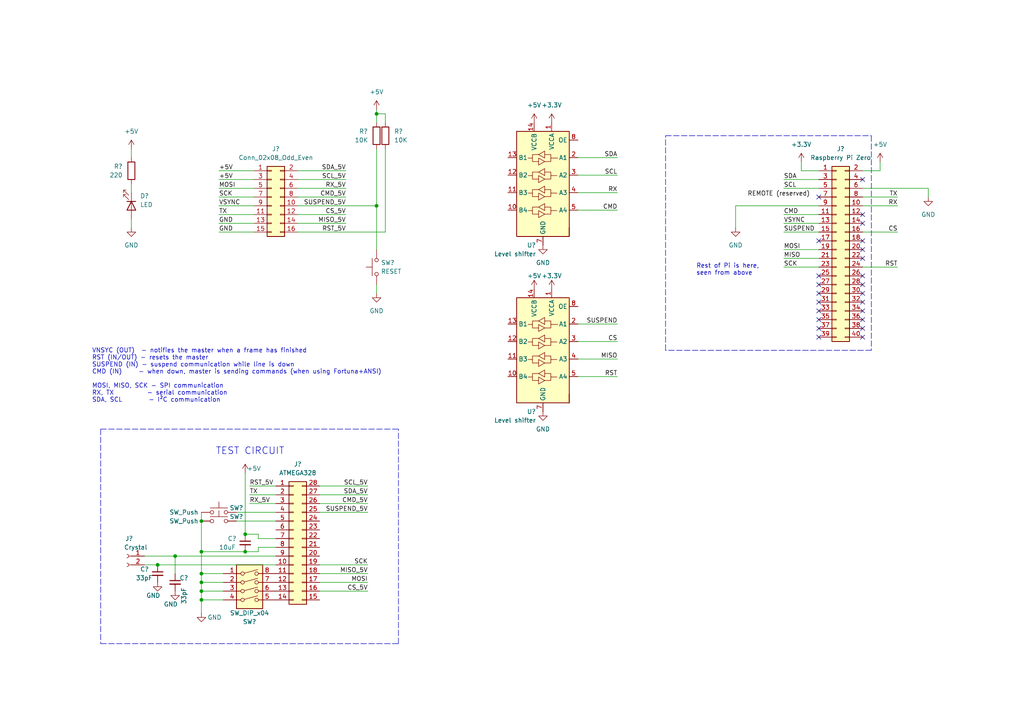
<source format=kicad_sch>
(kicad_sch (version 20211123) (generator eeschema)
  (paper "A4")
  (lib_symbols
    (symbol "Connector:Conn_01x02_Female" (pin_names (offset 1.016) hide)
      (property "Reference" "J" (at 0 2.54 0))
      (property "Value" "Conn_01x02_Female" (at 0 -5.08 0))
      (symbol "Conn_01x02_Female_1_1"
        (arc (start 0 -2.032) (mid -0.508 -2.54) (end 0 -3.048) (stroke (width 0.1524)))
        (polyline (pts (xy -1.27 -2.54) (xy -0.508 -2.54)) (stroke (width 0.1524)))
        (polyline (pts (xy -1.27 0) (xy -0.508 0)) (stroke (width 0.1524)))
        (arc (start 0 0.508) (mid -0.508 0) (end 0 -0.508) (stroke (width 0.1524)))
        (pin passive line (at -5.08 0 0) (length 3.81) (name "Pin_1") (number "1"))
        (pin passive line (at -5.08 -2.54 0) (length 3.81) (name "Pin_2") (number "2"))
      )
    )
    (symbol "Connector_Generic:Conn_02x08_Odd_Even" (pin_names (offset 1.016) hide)
      (property "Reference" "J" (at 1.27 10.16 0))
      (property "Value" "Conn_02x08_Odd_Even" (at 1.27 -12.7 0))
      (symbol "Conn_02x08_Odd_Even_1_1"
        (rectangle (start -1.27 -10.033) (end 0 -10.287) (stroke (width 0.1524)))
        (rectangle (start -1.27 -7.493) (end 0 -7.747) (stroke (width 0.1524)))
        (rectangle (start -1.27 -4.953) (end 0 -5.207) (stroke (width 0.1524)))
        (rectangle (start -1.27 -2.413) (end 0 -2.667) (stroke (width 0.1524)))
        (rectangle (start -1.27 0.127) (end 0 -0.127) (stroke (width 0.1524)))
        (rectangle (start -1.27 2.667) (end 0 2.413) (stroke (width 0.1524)))
        (rectangle (start -1.27 5.207) (end 0 4.953) (stroke (width 0.1524)))
        (rectangle (start -1.27 7.747) (end 0 7.493) (stroke (width 0.1524)))
        (rectangle (start -1.27 8.89) (end 3.81 -11.43) (stroke (width 0.254)) (fill (type background)))
        (rectangle (start 3.81 -10.033) (end 2.54 -10.287) (stroke (width 0.1524)))
        (rectangle (start 3.81 -7.493) (end 2.54 -7.747) (stroke (width 0.1524)))
        (rectangle (start 3.81 -4.953) (end 2.54 -5.207) (stroke (width 0.1524)))
        (rectangle (start 3.81 -2.413) (end 2.54 -2.667) (stroke (width 0.1524)))
        (rectangle (start 3.81 0.127) (end 2.54 -0.127) (stroke (width 0.1524)))
        (rectangle (start 3.81 2.667) (end 2.54 2.413) (stroke (width 0.1524)))
        (rectangle (start 3.81 5.207) (end 2.54 4.953) (stroke (width 0.1524)))
        (rectangle (start 3.81 7.747) (end 2.54 7.493) (stroke (width 0.1524)))
        (pin passive line (at -5.08 7.62 0) (length 3.81) (name "Pin_1") (number "1"))
        (pin passive line (at 7.62 -2.54 180) (length 3.81) (name "Pin_10") (number "10"))
        (pin passive line (at -5.08 -5.08 0) (length 3.81) (name "Pin_11") (number "11"))
        (pin passive line (at 7.62 -5.08 180) (length 3.81) (name "Pin_12") (number "12"))
        (pin passive line (at -5.08 -7.62 0) (length 3.81) (name "Pin_13") (number "13"))
        (pin passive line (at 7.62 -7.62 180) (length 3.81) (name "Pin_14") (number "14"))
        (pin passive line (at -5.08 -10.16 0) (length 3.81) (name "Pin_15") (number "15"))
        (pin passive line (at 7.62 -10.16 180) (length 3.81) (name "Pin_16") (number "16"))
        (pin passive line (at 7.62 7.62 180) (length 3.81) (name "Pin_2") (number "2"))
        (pin passive line (at -5.08 5.08 0) (length 3.81) (name "Pin_3") (number "3"))
        (pin passive line (at 7.62 5.08 180) (length 3.81) (name "Pin_4") (number "4"))
        (pin passive line (at -5.08 2.54 0) (length 3.81) (name "Pin_5") (number "5"))
        (pin passive line (at 7.62 2.54 180) (length 3.81) (name "Pin_6") (number "6"))
        (pin passive line (at -5.08 0 0) (length 3.81) (name "Pin_7") (number "7"))
        (pin passive line (at 7.62 0 180) (length 3.81) (name "Pin_8") (number "8"))
        (pin passive line (at -5.08 -2.54 0) (length 3.81) (name "Pin_9") (number "9"))
      )
    )
    (symbol "Connector_Generic:Conn_02x14_Counter_Clockwise" (pin_names (offset 1.016) hide)
      (property "Reference" "J" (at 1.27 17.78 0))
      (property "Value" "Conn_02x14_Counter_Clockwise" (at 1.27 -20.32 0))
      (symbol "Conn_02x14_Counter_Clockwise_1_1"
        (rectangle (start -1.27 -17.653) (end 0 -17.907) (stroke (width 0.1524)))
        (rectangle (start -1.27 -15.113) (end 0 -15.367) (stroke (width 0.1524)))
        (rectangle (start -1.27 -12.573) (end 0 -12.827) (stroke (width 0.1524)))
        (rectangle (start -1.27 -10.033) (end 0 -10.287) (stroke (width 0.1524)))
        (rectangle (start -1.27 -7.493) (end 0 -7.747) (stroke (width 0.1524)))
        (rectangle (start -1.27 -4.953) (end 0 -5.207) (stroke (width 0.1524)))
        (rectangle (start -1.27 -2.413) (end 0 -2.667) (stroke (width 0.1524)))
        (rectangle (start -1.27 0.127) (end 0 -0.127) (stroke (width 0.1524)))
        (rectangle (start -1.27 2.667) (end 0 2.413) (stroke (width 0.1524)))
        (rectangle (start -1.27 5.207) (end 0 4.953) (stroke (width 0.1524)))
        (rectangle (start -1.27 7.747) (end 0 7.493) (stroke (width 0.1524)))
        (rectangle (start -1.27 10.287) (end 0 10.033) (stroke (width 0.1524)))
        (rectangle (start -1.27 12.827) (end 0 12.573) (stroke (width 0.1524)))
        (rectangle (start -1.27 15.367) (end 0 15.113) (stroke (width 0.1524)))
        (rectangle (start -1.27 16.51) (end 3.81 -19.05) (stroke (width 0.254)) (fill (type background)))
        (rectangle (start 3.81 -17.653) (end 2.54 -17.907) (stroke (width 0.1524)))
        (rectangle (start 3.81 -15.113) (end 2.54 -15.367) (stroke (width 0.1524)))
        (rectangle (start 3.81 -12.573) (end 2.54 -12.827) (stroke (width 0.1524)))
        (rectangle (start 3.81 -10.033) (end 2.54 -10.287) (stroke (width 0.1524)))
        (rectangle (start 3.81 -7.493) (end 2.54 -7.747) (stroke (width 0.1524)))
        (rectangle (start 3.81 -4.953) (end 2.54 -5.207) (stroke (width 0.1524)))
        (rectangle (start 3.81 -2.413) (end 2.54 -2.667) (stroke (width 0.1524)))
        (rectangle (start 3.81 0.127) (end 2.54 -0.127) (stroke (width 0.1524)))
        (rectangle (start 3.81 2.667) (end 2.54 2.413) (stroke (width 0.1524)))
        (rectangle (start 3.81 5.207) (end 2.54 4.953) (stroke (width 0.1524)))
        (rectangle (start 3.81 7.747) (end 2.54 7.493) (stroke (width 0.1524)))
        (rectangle (start 3.81 10.287) (end 2.54 10.033) (stroke (width 0.1524)))
        (rectangle (start 3.81 12.827) (end 2.54 12.573) (stroke (width 0.1524)))
        (rectangle (start 3.81 15.367) (end 2.54 15.113) (stroke (width 0.1524)))
        (pin passive line (at -5.08 15.24 0) (length 3.81) (name "Pin_1") (number "1"))
        (pin passive line (at -5.08 -7.62 0) (length 3.81) (name "Pin_10") (number "10"))
        (pin passive line (at -5.08 -10.16 0) (length 3.81) (name "Pin_11") (number "11"))
        (pin passive line (at -5.08 -12.7 0) (length 3.81) (name "Pin_12") (number "12"))
        (pin passive line (at -5.08 -15.24 0) (length 3.81) (name "Pin_13") (number "13"))
        (pin passive line (at -5.08 -17.78 0) (length 3.81) (name "Pin_14") (number "14"))
        (pin passive line (at 7.62 -17.78 180) (length 3.81) (name "Pin_15") (number "15"))
        (pin passive line (at 7.62 -15.24 180) (length 3.81) (name "Pin_16") (number "16"))
        (pin passive line (at 7.62 -12.7 180) (length 3.81) (name "Pin_17") (number "17"))
        (pin passive line (at 7.62 -10.16 180) (length 3.81) (name "Pin_18") (number "18"))
        (pin passive line (at 7.62 -7.62 180) (length 3.81) (name "Pin_19") (number "19"))
        (pin passive line (at -5.08 12.7 0) (length 3.81) (name "Pin_2") (number "2"))
        (pin passive line (at 7.62 -5.08 180) (length 3.81) (name "Pin_20") (number "20"))
        (pin passive line (at 7.62 -2.54 180) (length 3.81) (name "Pin_21") (number "21"))
        (pin passive line (at 7.62 0 180) (length 3.81) (name "Pin_22") (number "22"))
        (pin passive line (at 7.62 2.54 180) (length 3.81) (name "Pin_23") (number "23"))
        (pin passive line (at 7.62 5.08 180) (length 3.81) (name "Pin_24") (number "24"))
        (pin passive line (at 7.62 7.62 180) (length 3.81) (name "Pin_25") (number "25"))
        (pin passive line (at 7.62 10.16 180) (length 3.81) (name "Pin_26") (number "26"))
        (pin passive line (at 7.62 12.7 180) (length 3.81) (name "Pin_27") (number "27"))
        (pin passive line (at 7.62 15.24 180) (length 3.81) (name "Pin_28") (number "28"))
        (pin passive line (at -5.08 10.16 0) (length 3.81) (name "Pin_3") (number "3"))
        (pin passive line (at -5.08 7.62 0) (length 3.81) (name "Pin_4") (number "4"))
        (pin passive line (at -5.08 5.08 0) (length 3.81) (name "Pin_5") (number "5"))
        (pin passive line (at -5.08 2.54 0) (length 3.81) (name "Pin_6") (number "6"))
        (pin passive line (at -5.08 0 0) (length 3.81) (name "Pin_7") (number "7"))
        (pin passive line (at -5.08 -2.54 0) (length 3.81) (name "Pin_8") (number "8"))
        (pin passive line (at -5.08 -5.08 0) (length 3.81) (name "Pin_9") (number "9"))
      )
    )
    (symbol "Connector_Generic:Conn_02x20_Odd_Even" (pin_names (offset 1.016) hide)
      (property "Reference" "J" (at 1.27 25.4 0))
      (property "Value" "Conn_02x20_Odd_Even" (at 1.27 -27.94 0))
      (symbol "Conn_02x20_Odd_Even_1_1"
        (rectangle (start -1.27 -25.273) (end 0 -25.527) (stroke (width 0.1524)))
        (rectangle (start -1.27 -22.733) (end 0 -22.987) (stroke (width 0.1524)))
        (rectangle (start -1.27 -20.193) (end 0 -20.447) (stroke (width 0.1524)))
        (rectangle (start -1.27 -17.653) (end 0 -17.907) (stroke (width 0.1524)))
        (rectangle (start -1.27 -15.113) (end 0 -15.367) (stroke (width 0.1524)))
        (rectangle (start -1.27 -12.573) (end 0 -12.827) (stroke (width 0.1524)))
        (rectangle (start -1.27 -10.033) (end 0 -10.287) (stroke (width 0.1524)))
        (rectangle (start -1.27 -7.493) (end 0 -7.747) (stroke (width 0.1524)))
        (rectangle (start -1.27 -4.953) (end 0 -5.207) (stroke (width 0.1524)))
        (rectangle (start -1.27 -2.413) (end 0 -2.667) (stroke (width 0.1524)))
        (rectangle (start -1.27 0.127) (end 0 -0.127) (stroke (width 0.1524)))
        (rectangle (start -1.27 2.667) (end 0 2.413) (stroke (width 0.1524)))
        (rectangle (start -1.27 5.207) (end 0 4.953) (stroke (width 0.1524)))
        (rectangle (start -1.27 7.747) (end 0 7.493) (stroke (width 0.1524)))
        (rectangle (start -1.27 10.287) (end 0 10.033) (stroke (width 0.1524)))
        (rectangle (start -1.27 12.827) (end 0 12.573) (stroke (width 0.1524)))
        (rectangle (start -1.27 15.367) (end 0 15.113) (stroke (width 0.1524)))
        (rectangle (start -1.27 17.907) (end 0 17.653) (stroke (width 0.1524)))
        (rectangle (start -1.27 20.447) (end 0 20.193) (stroke (width 0.1524)))
        (rectangle (start -1.27 22.987) (end 0 22.733) (stroke (width 0.1524)))
        (rectangle (start -1.27 24.13) (end 3.81 -26.67) (stroke (width 0.254)) (fill (type background)))
        (rectangle (start 3.81 -25.273) (end 2.54 -25.527) (stroke (width 0.1524)))
        (rectangle (start 3.81 -22.733) (end 2.54 -22.987) (stroke (width 0.1524)))
        (rectangle (start 3.81 -20.193) (end 2.54 -20.447) (stroke (width 0.1524)))
        (rectangle (start 3.81 -17.653) (end 2.54 -17.907) (stroke (width 0.1524)))
        (rectangle (start 3.81 -15.113) (end 2.54 -15.367) (stroke (width 0.1524)))
        (rectangle (start 3.81 -12.573) (end 2.54 -12.827) (stroke (width 0.1524)))
        (rectangle (start 3.81 -10.033) (end 2.54 -10.287) (stroke (width 0.1524)))
        (rectangle (start 3.81 -7.493) (end 2.54 -7.747) (stroke (width 0.1524)))
        (rectangle (start 3.81 -4.953) (end 2.54 -5.207) (stroke (width 0.1524)))
        (rectangle (start 3.81 -2.413) (end 2.54 -2.667) (stroke (width 0.1524)))
        (rectangle (start 3.81 0.127) (end 2.54 -0.127) (stroke (width 0.1524)))
        (rectangle (start 3.81 2.667) (end 2.54 2.413) (stroke (width 0.1524)))
        (rectangle (start 3.81 5.207) (end 2.54 4.953) (stroke (width 0.1524)))
        (rectangle (start 3.81 7.747) (end 2.54 7.493) (stroke (width 0.1524)))
        (rectangle (start 3.81 10.287) (end 2.54 10.033) (stroke (width 0.1524)))
        (rectangle (start 3.81 12.827) (end 2.54 12.573) (stroke (width 0.1524)))
        (rectangle (start 3.81 15.367) (end 2.54 15.113) (stroke (width 0.1524)))
        (rectangle (start 3.81 17.907) (end 2.54 17.653) (stroke (width 0.1524)))
        (rectangle (start 3.81 20.447) (end 2.54 20.193) (stroke (width 0.1524)))
        (rectangle (start 3.81 22.987) (end 2.54 22.733) (stroke (width 0.1524)))
        (pin passive line (at -5.08 22.86 0) (length 3.81) (name "Pin_1") (number "1"))
        (pin passive line (at 7.62 12.7 180) (length 3.81) (name "Pin_10") (number "10"))
        (pin passive line (at -5.08 10.16 0) (length 3.81) (name "Pin_11") (number "11"))
        (pin passive line (at 7.62 10.16 180) (length 3.81) (name "Pin_12") (number "12"))
        (pin passive line (at -5.08 7.62 0) (length 3.81) (name "Pin_13") (number "13"))
        (pin passive line (at 7.62 7.62 180) (length 3.81) (name "Pin_14") (number "14"))
        (pin passive line (at -5.08 5.08 0) (length 3.81) (name "Pin_15") (number "15"))
        (pin passive line (at 7.62 5.08 180) (length 3.81) (name "Pin_16") (number "16"))
        (pin passive line (at -5.08 2.54 0) (length 3.81) (name "Pin_17") (number "17"))
        (pin passive line (at 7.62 2.54 180) (length 3.81) (name "Pin_18") (number "18"))
        (pin passive line (at -5.08 0 0) (length 3.81) (name "Pin_19") (number "19"))
        (pin passive line (at 7.62 22.86 180) (length 3.81) (name "Pin_2") (number "2"))
        (pin passive line (at 7.62 0 180) (length 3.81) (name "Pin_20") (number "20"))
        (pin passive line (at -5.08 -2.54 0) (length 3.81) (name "Pin_21") (number "21"))
        (pin passive line (at 7.62 -2.54 180) (length 3.81) (name "Pin_22") (number "22"))
        (pin passive line (at -5.08 -5.08 0) (length 3.81) (name "Pin_23") (number "23"))
        (pin passive line (at 7.62 -5.08 180) (length 3.81) (name "Pin_24") (number "24"))
        (pin passive line (at -5.08 -7.62 0) (length 3.81) (name "Pin_25") (number "25"))
        (pin passive line (at 7.62 -7.62 180) (length 3.81) (name "Pin_26") (number "26"))
        (pin passive line (at -5.08 -10.16 0) (length 3.81) (name "Pin_27") (number "27"))
        (pin passive line (at 7.62 -10.16 180) (length 3.81) (name "Pin_28") (number "28"))
        (pin passive line (at -5.08 -12.7 0) (length 3.81) (name "Pin_29") (number "29"))
        (pin passive line (at -5.08 20.32 0) (length 3.81) (name "Pin_3") (number "3"))
        (pin passive line (at 7.62 -12.7 180) (length 3.81) (name "Pin_30") (number "30"))
        (pin passive line (at -5.08 -15.24 0) (length 3.81) (name "Pin_31") (number "31"))
        (pin passive line (at 7.62 -15.24 180) (length 3.81) (name "Pin_32") (number "32"))
        (pin passive line (at -5.08 -17.78 0) (length 3.81) (name "Pin_33") (number "33"))
        (pin passive line (at 7.62 -17.78 180) (length 3.81) (name "Pin_34") (number "34"))
        (pin passive line (at -5.08 -20.32 0) (length 3.81) (name "Pin_35") (number "35"))
        (pin passive line (at 7.62 -20.32 180) (length 3.81) (name "Pin_36") (number "36"))
        (pin passive line (at -5.08 -22.86 0) (length 3.81) (name "Pin_37") (number "37"))
        (pin passive line (at 7.62 -22.86 180) (length 3.81) (name "Pin_38") (number "38"))
        (pin passive line (at -5.08 -25.4 0) (length 3.81) (name "Pin_39") (number "39"))
        (pin passive line (at 7.62 20.32 180) (length 3.81) (name "Pin_4") (number "4"))
        (pin passive line (at 7.62 -25.4 180) (length 3.81) (name "Pin_40") (number "40"))
        (pin passive line (at -5.08 17.78 0) (length 3.81) (name "Pin_5") (number "5"))
        (pin passive line (at 7.62 17.78 180) (length 3.81) (name "Pin_6") (number "6"))
        (pin passive line (at -5.08 15.24 0) (length 3.81) (name "Pin_7") (number "7"))
        (pin passive line (at 7.62 15.24 180) (length 3.81) (name "Pin_8") (number "8"))
        (pin passive line (at -5.08 12.7 0) (length 3.81) (name "Pin_9") (number "9"))
      )
    )
    (symbol "Device:C_Small" (pin_numbers hide) (pin_names (offset 0.254) hide)
      (property "Reference" "C" (at 0.254 1.778 0))
      (property "Value" "C_Small" (at 0.254 -2.032 0))
      (symbol "C_Small_0_1"
        (polyline (pts (xy -1.524 -0.508) (xy 1.524 -0.508)) (stroke (width 0.3302)))
        (polyline (pts (xy -1.524 0.508) (xy 1.524 0.508)) (stroke (width 0.3048)))
      )
      (symbol "C_Small_1_1"
        (pin passive line (at 0 2.54 270) (length 2.032) (name "~") (number "1"))
        (pin passive line (at 0 -2.54 90) (length 2.032) (name "~") (number "2"))
      )
    )
    (symbol "Device:LED" (pin_numbers hide) (pin_names (offset 1.016) hide)
      (property "Reference" "D" (at 0 2.54 0))
      (property "Value" "LED" (at 0 -2.54 0))
      (symbol "LED_0_1"
        (polyline (pts (xy -1.27 -1.27) (xy -1.27 1.27)) (stroke (width 0.254)))
        (polyline (pts (xy -1.27 0) (xy 1.27 0)))
        (polyline (pts (xy 1.27 -1.27) (xy 1.27 1.27) (xy -1.27 0) (xy 1.27 -1.27)) (stroke (width 0.254)))
        (polyline (pts (xy -3.048 -0.762) (xy -4.572 -2.286) (xy -3.81 -2.286) (xy -4.572 -2.286) (xy -4.572 -1.524)))
        (polyline (pts (xy -1.778 -0.762) (xy -3.302 -2.286) (xy -2.54 -2.286) (xy -3.302 -2.286) (xy -3.302 -1.524)))
      )
      (symbol "LED_1_1"
        (pin passive line (at -3.81 0 0) (length 2.54) (name "K") (number "1"))
        (pin passive line (at 3.81 0 180) (length 2.54) (name "A") (number "2"))
      )
    )
    (symbol "Device:R" (pin_numbers hide) (pin_names (offset 0))
      (property "Reference" "R" (at 2.032 0 90))
      (property "Value" "R" (at 0 0 90))
      (symbol "R_0_1"
        (rectangle (start -1.016 -2.54) (end 1.016 2.54) (stroke (width 0.254)))
      )
      (symbol "R_1_1"
        (pin passive line (at 0 3.81 270) (length 1.27) (name "~") (number "1"))
        (pin passive line (at 0 -3.81 90) (length 1.27) (name "~") (number "2"))
      )
    )
    (symbol "Logic_LevelTranslator:TXB0104PW"
      (property "Reference" "U" (at -6.35 16.51 0))
      (property "Value" "TXB0104PW" (at 3.81 16.51 0))
      (symbol "TXB0104PW_0_1"
        (rectangle (start -7.62 -15.24) (end -7.62 -12.7) (stroke (width 0.254)))
        (rectangle (start -7.62 15.24) (end 7.62 -15.24) (stroke (width 0.254)) (fill (type background)))
        (polyline (pts (xy -2.286 -7.747) (xy -2.286 -6.731) (xy -0.508 -6.731)))
        (polyline (pts (xy -2.286 -2.667) (xy -2.286 -1.651) (xy -0.508 -1.651)))
        (polyline (pts (xy -2.286 2.413) (xy -2.286 3.429) (xy -0.508 3.429)))
        (polyline (pts (xy -2.286 7.493) (xy -2.286 8.509) (xy -0.508 8.509)))
        (polyline (pts (xy 3.048 -7.747) (xy 3.048 -8.763) (xy 1.27 -8.763)))
        (polyline (pts (xy 3.048 -2.667) (xy 3.048 -3.683) (xy 1.27 -3.683)))
        (polyline (pts (xy 3.048 2.413) (xy 3.048 1.397) (xy 1.27 1.397)))
        (polyline (pts (xy 3.048 7.493) (xy 3.048 6.477) (xy 1.27 6.477)))
        (polyline (pts (xy -0.508 -8.763) (xy -2.286 -8.763) (xy -2.286 -7.747) (xy -4.064 -7.747)))
        (polyline (pts (xy -0.508 -8.763) (xy 1.27 -7.747) (xy 1.27 -9.779) (xy -0.508 -8.763)))
        (polyline (pts (xy -0.508 -3.683) (xy -2.286 -3.683) (xy -2.286 -2.667) (xy -4.064 -2.667)))
        (polyline (pts (xy -0.508 -3.683) (xy 1.27 -2.667) (xy 1.27 -4.699) (xy -0.508 -3.683)))
        (polyline (pts (xy -0.508 1.397) (xy -2.286 1.397) (xy -2.286 2.413) (xy -4.064 2.413)))
        (polyline (pts (xy -0.508 1.397) (xy 1.27 2.413) (xy 1.27 0.381) (xy -0.508 1.397)))
        (polyline (pts (xy -0.508 6.477) (xy -2.286 6.477) (xy -2.286 7.493) (xy -4.318 7.493)))
        (polyline (pts (xy -0.508 6.477) (xy 1.27 7.493) (xy 1.27 5.461) (xy -0.508 6.477)))
        (polyline (pts (xy 1.27 -6.731) (xy -0.508 -7.747) (xy -0.508 -5.715) (xy 1.27 -6.731)))
        (polyline (pts (xy 1.27 -6.731) (xy 3.048 -6.731) (xy 3.048 -7.747) (xy 4.318 -7.747)))
        (polyline (pts (xy 1.27 -1.651) (xy -0.508 -2.667) (xy -0.508 -0.635) (xy 1.27 -1.651)))
        (polyline (pts (xy 1.27 -1.651) (xy 3.048 -1.651) (xy 3.048 -2.667) (xy 4.318 -2.667)))
        (polyline (pts (xy 1.27 3.429) (xy -0.508 2.413) (xy -0.508 4.445) (xy 1.27 3.429)))
        (polyline (pts (xy 1.27 3.429) (xy 3.048 3.429) (xy 3.048 2.413) (xy 4.318 2.413)))
        (polyline (pts (xy 1.27 8.509) (xy -0.508 7.493) (xy -0.508 9.525) (xy 1.27 8.509)))
        (polyline (pts (xy 1.27 8.509) (xy 3.048 8.509) (xy 3.048 7.493) (xy 4.318 7.493)))
      )
      (symbol "TXB0104PW_1_1"
        (pin power_in line (at -2.54 17.78 270) (length 2.54) (name "VCCA") (number "1"))
        (pin bidirectional line (at 10.16 -7.62 180) (length 2.54) (name "B4") (number "10"))
        (pin bidirectional line (at 10.16 -2.54 180) (length 2.54) (name "B3") (number "11"))
        (pin bidirectional line (at 10.16 2.54 180) (length 2.54) (name "B2") (number "12"))
        (pin bidirectional line (at 10.16 7.62 180) (length 2.54) (name "B1") (number "13"))
        (pin power_in line (at 2.54 17.78 270) (length 2.54) (name "VCCB") (number "14"))
        (pin bidirectional line (at -10.16 7.62 0) (length 2.54) (name "A1") (number "2"))
        (pin bidirectional line (at -10.16 2.54 0) (length 2.54) (name "A2") (number "3"))
        (pin bidirectional line (at -10.16 -2.54 0) (length 2.54) (name "A3") (number "4"))
        (pin bidirectional line (at -10.16 -7.62 0) (length 2.54) (name "A4") (number "5"))
        (pin no_connect line (at -10.16 -12.7 0) (length 2.54) hide (name "NC") (number "6"))
        (pin power_in line (at 0 -17.78 90) (length 2.54) (name "GND") (number "7"))
        (pin input line (at -10.16 12.7 0) (length 2.54) (name "OE") (number "8"))
        (pin no_connect line (at 10.16 -12.7 180) (length 2.54) hide (name "NC") (number "9"))
      )
    )
    (symbol "Switch:SW_DIP_x04" (pin_names (offset 0) hide)
      (property "Reference" "SW" (at 0 8.89 0))
      (property "Value" "SW_DIP_x04" (at 0 -6.35 0))
      (symbol "SW_DIP_x04_0_0"
        (circle (center -2.032 -2.54) (radius 0.508))
        (circle (center -2.032 0) (radius 0.508))
        (circle (center -2.032 2.54) (radius 0.508))
        (circle (center -2.032 5.08) (radius 0.508))
        (polyline (pts (xy -1.524 -2.3876) (xy 2.3622 -1.3462)))
        (polyline (pts (xy -1.524 0.127) (xy 2.3622 1.1684)))
        (polyline (pts (xy -1.524 2.667) (xy 2.3622 3.7084)))
        (polyline (pts (xy -1.524 5.207) (xy 2.3622 6.2484)))
        (circle (center 2.032 -2.54) (radius 0.508))
        (circle (center 2.032 0) (radius 0.508))
        (circle (center 2.032 2.54) (radius 0.508))
        (circle (center 2.032 5.08) (radius 0.508))
      )
      (symbol "SW_DIP_x04_0_1"
        (rectangle (start -3.81 7.62) (end 3.81 -5.08) (stroke (width 0.254)) (fill (type background)))
      )
      (symbol "SW_DIP_x04_1_1"
        (pin passive line (at -7.62 5.08 0) (length 5.08) (name "~") (number "1"))
        (pin passive line (at -7.62 2.54 0) (length 5.08) (name "~") (number "2"))
        (pin passive line (at -7.62 0 0) (length 5.08) (name "~") (number "3"))
        (pin passive line (at -7.62 -2.54 0) (length 5.08) (name "~") (number "4"))
        (pin passive line (at 7.62 -2.54 180) (length 5.08) (name "~") (number "5"))
        (pin passive line (at 7.62 0 180) (length 5.08) (name "~") (number "6"))
        (pin passive line (at 7.62 2.54 180) (length 5.08) (name "~") (number "7"))
        (pin passive line (at 7.62 5.08 180) (length 5.08) (name "~") (number "8"))
      )
    )
    (symbol "Switch:SW_Push" (pin_numbers hide) (pin_names (offset 1.016) hide)
      (property "Reference" "SW" (at 1.27 2.54 0))
      (property "Value" "SW_Push" (at 0 -1.524 0))
      (symbol "SW_Push_0_1"
        (circle (center -2.032 0) (radius 0.508))
        (polyline (pts (xy 0 1.27) (xy 0 3.048)))
        (polyline (pts (xy 2.54 1.27) (xy -2.54 1.27)))
        (circle (center 2.032 0) (radius 0.508))
        (pin passive line (at -5.08 0 0) (length 2.54) (name "1") (number "1"))
        (pin passive line (at 5.08 0 180) (length 2.54) (name "2") (number "2"))
      )
    )
    (symbol "power:+3.3V" (power) (pin_names (offset 0))
      (property "Value" "+3.3V" (at 0 3.556 0))
      (symbol "+3.3V_0_1"
        (polyline (pts (xy -0.762 1.27) (xy 0 2.54)))
        (polyline (pts (xy 0 0) (xy 0 2.54)))
        (polyline (pts (xy 0 2.54) (xy 0.762 1.27)))
      )
      (symbol "+3.3V_1_1"
        (pin power_in line (at 0 0 90) (length 0) hide (name "+3.3V") (number "1"))
      )
    )
    (symbol "power:+5V" (power) (pin_names (offset 0))
      (property "Value" "+5V" (at 0 3.556 0))
      (symbol "+5V_0_1"
        (polyline (pts (xy -0.762 1.27) (xy 0 2.54)))
        (polyline (pts (xy 0 0) (xy 0 2.54)))
        (polyline (pts (xy 0 2.54) (xy 0.762 1.27)))
      )
      (symbol "+5V_1_1"
        (pin power_in line (at 0 0 90) (length 0) hide (name "+5V") (number "1"))
      )
    )
    (symbol "power:GND" (power) (pin_names (offset 0))
      (property "Value" "GND" (at 0 -3.81 0))
      (symbol "GND_0_1"
        (polyline (pts (xy 0 0) (xy 0 -1.27) (xy 1.27 -1.27) (xy 0 -2.54) (xy -1.27 -1.27) (xy 0 -1.27)))
      )
      (symbol "GND_1_1"
        (pin power_in line (at 0 0 270) (length 0) hide (name "GND") (number "1"))
      )
    )
  )
  (junction (at 45.72 163.83))
  (junction (at 58.42 151.13))
  (junction (at 58.42 168.91))
  (junction (at 109.22 33.02))
  (junction (at 71.12 154.94))
  (junction (at 71.12 160.02))
  (junction (at 58.42 160.02))
  (junction (at 58.42 173.99))
  (junction (at 50.8 161.29))
  (junction (at 58.42 171.45))
  (junction (at 58.42 166.37))
  (junction (at 109.22 59.69))
  (no_connect (at 250.19 52.07))
  (no_connect (at 250.19 64.77))
  (no_connect (at 250.19 62.23))
  (no_connect (at 237.49 57.15))
  (no_connect (at 237.49 85.09))
  (no_connect (at 237.49 87.63))
  (no_connect (at 250.19 74.93))
  (no_connect (at 250.19 72.39))
  (no_connect (at 237.49 69.85))
  (no_connect (at 237.49 95.25))
  (no_connect (at 237.49 90.17))
  (no_connect (at 237.49 92.71))
  (no_connect (at 237.49 82.55))
  (no_connect (at 250.19 85.09))
  (no_connect (at 250.19 80.01))
  (no_connect (at 237.49 80.01))
  (no_connect (at 250.19 82.55))
  (no_connect (at 250.19 97.79))
  (no_connect (at 250.19 95.25))
  (no_connect (at 250.19 92.71))
  (no_connect (at 250.19 87.63))
  (no_connect (at 250.19 90.17))
  (no_connect (at 237.49 97.79))
  (no_connect (at 250.19 69.85))
  (wire (pts (xy 63.5 52.07) (xy 73.66 52.07)))
  (wire (pts (xy 250.19 67.31) (xy 260.35 67.31)))
  (wire (pts (xy 86.36 52.07) (xy 100.33 52.07)))
  (wire (pts (xy 109.22 33.02) (xy 109.22 35.56)))
  (wire (pts (xy 72.39 146.05) (xy 80.01 146.05)))
  (wire (pts (xy 68.58 148.59) (xy 80.01 148.59)))
  (wire (pts (xy 109.22 59.69) (xy 109.22 72.39)))
  (wire (pts (xy 74.93 158.75) (xy 74.93 160.02)))
  (wire (pts (xy 71.12 137.16) (xy 71.12 154.94)))
  (wire (pts (xy 167.64 104.14) (xy 179.07 104.14)))
  (wire (pts (xy 58.42 166.37) (xy 58.42 168.91)))
  (wire (pts (xy 250.19 77.47) (xy 260.35 77.47)))
  (wire (pts (xy 58.42 171.45) (xy 64.77 171.45)))
  (wire (pts (xy 41.91 161.29) (xy 50.8 161.29)))
  (wire (pts (xy 72.39 143.51) (xy 80.01 143.51)))
  (wire (pts (xy 92.71 171.45) (xy 106.68 171.45)))
  (polyline (pts (xy 29.21 186.69) (xy 115.57 186.69)))
  (wire (pts (xy 167.64 45.72) (xy 179.07 45.72)))
  (wire (pts (xy 227.33 67.31) (xy 237.49 67.31)))
  (wire (pts (xy 63.5 67.31) (xy 73.66 67.31)))
  (wire (pts (xy 38.1 63.5) (xy 38.1 66.04)))
  (wire (pts (xy 167.64 109.22) (xy 179.07 109.22)))
  (wire (pts (xy 167.64 55.88) (xy 179.07 55.88)))
  (wire (pts (xy 109.22 43.18) (xy 109.22 59.69)))
  (wire (pts (xy 86.36 49.53) (xy 100.33 49.53)))
  (wire (pts (xy 111.76 67.31) (xy 111.76 43.18)))
  (wire (pts (xy 250.19 57.15) (xy 260.35 57.15)))
  (wire (pts (xy 86.36 57.15) (xy 100.33 57.15)))
  (polyline (pts (xy 193.04 101.6) (xy 193.04 39.37)))
  (wire (pts (xy 92.71 148.59) (xy 106.68 148.59)))
  (wire (pts (xy 74.93 154.94) (xy 71.12 154.94)))
  (wire (pts (xy 58.42 168.91) (xy 58.42 171.45)))
  (wire (pts (xy 74.93 160.02) (xy 71.12 160.02)))
  (wire (pts (xy 167.64 60.96) (xy 179.07 60.96)))
  (wire (pts (xy 227.33 74.93) (xy 237.49 74.93)))
  (wire (pts (xy 58.42 173.99) (xy 58.42 177.8)))
  (wire (pts (xy 250.19 54.61) (xy 269.24 54.61)))
  (wire (pts (xy 92.71 140.97) (xy 106.68 140.97)))
  (wire (pts (xy 58.42 173.99) (xy 64.77 173.99)))
  (wire (pts (xy 58.42 171.45) (xy 58.42 173.99)))
  (wire (pts (xy 50.8 161.29) (xy 50.8 166.37)))
  (polyline (pts (xy 252.73 39.37) (xy 252.73 101.6)))
  (wire (pts (xy 92.71 143.51) (xy 106.68 143.51)))
  (wire (pts (xy 227.33 77.47) (xy 237.49 77.47)))
  (wire (pts (xy 80.01 158.75) (xy 74.93 158.75)))
  (wire (pts (xy 50.8 161.29) (xy 80.01 161.29)))
  (wire (pts (xy 167.64 93.98) (xy 179.07 93.98)))
  (wire (pts (xy 255.27 46.99) (xy 255.27 49.53)))
  (polyline (pts (xy 115.57 186.69) (xy 115.57 124.46)))
  (wire (pts (xy 63.5 57.15) (xy 73.66 57.15)))
  (polyline (pts (xy 193.04 39.37) (xy 252.73 39.37)))
  (polyline (pts (xy 29.21 124.46) (xy 29.21 186.69)))
  (wire (pts (xy 232.41 49.53) (xy 237.49 49.53)))
  (wire (pts (xy 237.49 59.69) (xy 213.36 59.69)))
  (wire (pts (xy 167.64 99.06) (xy 179.07 99.06)))
  (wire (pts (xy 58.42 148.59) (xy 58.42 151.13)))
  (wire (pts (xy 74.93 156.21) (xy 74.93 154.94)))
  (wire (pts (xy 58.42 168.91) (xy 64.77 168.91)))
  (wire (pts (xy 63.5 54.61) (xy 73.66 54.61)))
  (wire (pts (xy 68.58 151.13) (xy 80.01 151.13)))
  (wire (pts (xy 269.24 54.61) (xy 269.24 57.15)))
  (polyline (pts (xy 252.73 101.6) (xy 193.04 101.6)))
  (wire (pts (xy 92.71 163.83) (xy 106.68 163.83)))
  (wire (pts (xy 227.33 62.23) (xy 237.49 62.23)))
  (wire (pts (xy 86.36 62.23) (xy 100.33 62.23)))
  (wire (pts (xy 232.41 46.99) (xy 232.41 49.53)))
  (wire (pts (xy 80.01 156.21) (xy 74.93 156.21)))
  (wire (pts (xy 213.36 59.69) (xy 213.36 66.04)))
  (wire (pts (xy 58.42 151.13) (xy 58.42 160.02)))
  (wire (pts (xy 109.22 31.75) (xy 109.22 33.02)))
  (wire (pts (xy 58.42 160.02) (xy 58.42 166.37)))
  (wire (pts (xy 227.33 72.39) (xy 237.49 72.39)))
  (wire (pts (xy 86.36 64.77) (xy 100.33 64.77)))
  (wire (pts (xy 227.33 54.61) (xy 237.49 54.61)))
  (wire (pts (xy 72.39 140.97) (xy 80.01 140.97)))
  (wire (pts (xy 255.27 49.53) (xy 250.19 49.53)))
  (wire (pts (xy 38.1 43.18) (xy 38.1 45.72)))
  (wire (pts (xy 38.1 53.34) (xy 38.1 55.88)))
  (polyline (pts (xy 29.21 124.46) (xy 115.57 124.46)))
  (wire (pts (xy 92.71 146.05) (xy 106.68 146.05)))
  (wire (pts (xy 92.71 168.91) (xy 106.68 168.91)))
  (wire (pts (xy 167.64 50.8) (xy 179.07 50.8)))
  (wire (pts (xy 63.5 49.53) (xy 73.66 49.53)))
  (wire (pts (xy 58.42 166.37) (xy 64.77 166.37)))
  (wire (pts (xy 111.76 33.02) (xy 111.76 35.56)))
  (wire (pts (xy 109.22 33.02) (xy 111.76 33.02)))
  (wire (pts (xy 86.36 54.61) (xy 100.33 54.61)))
  (wire (pts (xy 71.12 160.02) (xy 58.42 160.02)))
  (wire (pts (xy 63.5 64.77) (xy 73.66 64.77)))
  (wire (pts (xy 41.91 163.83) (xy 45.72 163.83)))
  (wire (pts (xy 86.36 67.31) (xy 111.76 67.31)))
  (wire (pts (xy 250.19 59.69) (xy 260.35 59.69)))
  (wire (pts (xy 86.36 59.69) (xy 109.22 59.69)))
  (wire (pts (xy 227.33 64.77) (xy 237.49 64.77)))
  (wire (pts (xy 109.22 82.55) (xy 109.22 85.09)))
  (wire (pts (xy 227.33 52.07) (xy 237.49 52.07)))
  (wire (pts (xy 63.5 59.69) (xy 73.66 59.69)))
  (wire (pts (xy 92.71 166.37) (xy 106.68 166.37)))
  (wire (pts (xy 63.5 62.23) (xy 73.66 62.23)))
  (wire (pts (xy 45.72 163.83) (xy 80.01 163.83)))
  (text "TEST CIRCUIT" (at 82.55 132.08 180) (effects (font (size 2 2)) (justify right bottom)))
  (text "VNSYC (OUT)  - notifies the master when a frame has finished\nRST (IN/OUT) - resets the master\nSUSPEND (IN) - suspend communication while line is down\nCMD (IN)     - when down, master is sending commands (when using Fortuna+ANSI)\n\nMOSI, MISO, SCK - SPI communication\nRX, TX          - serial communication\nSDA, SCL        - I²C communication" (at 26.67 116.84 0) (effects (font (size 1.27 1.27)) (justify left bottom)))
  (text "Rest of Pi is here,\nseen from above" (at 201.93 80.01 0) (effects (font (size 1.27 1.27)) (justify left bottom)))
  (label "CMD" (at 179.07 60.96 180))
  (label "CMD_5V" (at 100.33 57.15 180))
  (label "VSYNC" (at 227.33 64.77 0))
  (label "SCL_5V" (at 106.68 140.97 180))
  (label "GND" (at 63.5 64.77 0))
  (label "TX" (at 72.39 143.51 0))
  (label "SDA_5V" (at 106.68 143.51 180))
  (label "SCL" (at 227.33 54.61 0))
  (label "RX_5V" (at 72.39 146.05 0))
  (label "+5V" (at 63.5 52.07 0))
  (label "CS" (at 179.07 99.06 180))
  (label "REMOTE (reserved)" (at 234.95 57.15 180))
  (label "MOSI" (at 63.5 54.61 0))
  (label "CMD_5V" (at 106.68 146.05 180))
  (label "TX" (at 260.35 57.15 180))
  (label "GND" (at 63.5 67.31 0))
  (label "TX" (at 63.5 62.23 0))
  (label "RX" (at 179.07 55.88 180))
  (label "RST_5V" (at 100.33 67.31 180))
  (label "SCL" (at 179.07 50.8 180))
  (label "SCK" (at 227.33 77.47 0))
  (label "SUSPEND_5V" (at 100.33 59.69 180))
  (label "CS_5V" (at 106.68 171.45 180))
  (label "SUSPEND" (at 227.33 67.31 0))
  (label "SUSPEND_5V" (at 106.68 148.59 180))
  (label "RST" (at 260.35 77.47 180))
  (label "CS" (at 260.35 67.31 180))
  (label "SCK" (at 63.5 57.15 0))
  (label "MOSI" (at 227.33 72.39 0))
  (label "SDA" (at 227.33 52.07 0))
  (label "SUSPEND" (at 179.07 93.98 180))
  (label "RX" (at 260.35 59.69 180))
  (label "CS_5V" (at 100.33 62.23 180))
  (label "MISO_5V" (at 100.33 64.77 180))
  (label "CMD" (at 227.33 62.23 0))
  (label "RST_5V" (at 72.39 140.97 0))
  (label "+5V" (at 63.5 49.53 0))
  (label "MISO_5V" (at 106.68 166.37 180))
  (label "SDA" (at 179.07 45.72 180))
  (label "RX_5V" (at 100.33 54.61 180))
  (label "VSYNC" (at 63.5 59.69 0))
  (label "MISO" (at 179.07 104.14 180))
  (label "RST" (at 179.07 109.22 180))
  (label "MOSI" (at 106.68 168.91 180))
  (label "SCK" (at 106.68 163.83 180))
  (label "MISO" (at 227.33 74.93 0))
  (label "SCL_5V" (at 100.33 52.07 180))
  (label "SDA_5V" (at 100.33 49.53 180))
  (symbol (lib_id "Connector:Conn_01x02_Female") (at 36.83 161.29 0) (mirror y) (unit 1)
    (property "Reference" "J?" (at 37.465 156.21 0))
    (property "Value" "Crystal" (at 39.37 158.75 0))
  )
  (symbol (lib_id "Switch:SW_DIP_x04") (at 72.39 171.45 0) (unit 1)
    (property "Reference" "SW?" (at 72.39 180.34 0))
    (property "Value" "SW_DIP_x04" (at 72.39 177.8 0))
  )
  (symbol (lib_id "power:+5V") (at 109.22 31.75 0) (unit 1)
    (property "Reference" "#PWR?" (effects hide))
    (property "Value" "+5V" (at 109.22 26.67 0))
  )
  (symbol (lib_id "power:+3.3V") (at 160.02 83.82 0) (unit 1)
    (property "Reference" "#PWR?" (effects hide))
    (property "Value" "+3.3V" (at 160.02 80.01 0))
  )
  (symbol (lib_id "Connector_Generic:Conn_02x20_Odd_Even") (at 242.57 72.39 0) (unit 1)
    (property "Reference" "J?" (at 243.84 43.18 0))
    (property "Value" "Raspberry Pi Zero" (at 243.84 45.72 0))
  )
  (symbol (lib_id "power:+5V") (at 154.94 35.56 0) (unit 1)
    (property "Reference" "#PWR?" (effects hide))
    (property "Value" "+5V" (at 154.94 30.48 0))
  )
  (symbol (lib_id "Device:R") (at 38.1 49.53 0) (unit 1)
    (property "Reference" "R?" (at 33.02 48.26 0) (effects (justify left)))
    (property "Value" "220" (at 31.75 50.8 0) (effects (justify left)))
  )
  (symbol (lib_id "Device:C_Small") (at 50.8 168.91 0) (unit 1)
    (property "Reference" "C?" (at 52.07 167.64 0) (effects (justify left)))
    (property "Value" "33pF" (at 53.34 175.26 90) (effects (justify left)))
  )
  (symbol (lib_id "power:+3.3V") (at 232.41 46.99 0) (unit 1)
    (property "Reference" "#PWR?" (effects hide))
    (property "Value" "+3.3V" (at 232.41 41.91 0))
  )
  (symbol (lib_id "Device:LED") (at 38.1 59.69 270) (unit 1)
    (property "Reference" "D?" (at 40.64 56.8324 90) (effects (justify left)))
    (property "Value" "LED" (at 40.64 59.3724 90) (effects (justify left)))
  )
  (symbol (lib_id "power:GND") (at 213.36 66.04 0) (unit 1)
    (property "Reference" "#PWR?" (effects hide))
    (property "Value" "GND" (at 213.36 71.12 0))
  )
  (symbol (lib_id "Device:R") (at 109.22 39.37 0) (unit 1)
    (property "Reference" "R?" (at 104.14 38.1 0) (effects (justify left)))
    (property "Value" "10K" (at 102.87 40.64 0) (effects (justify left)))
  )
  (symbol (lib_id "power:GND") (at 45.72 168.91 0) (unit 1)
    (property "Reference" "#PWR?" (effects hide))
    (property "Value" "GND" (at 44.45 172.72 0))
  )
  (symbol (lib_id "Device:C_Small") (at 71.12 157.48 0) (unit 1)
    (property "Reference" "C?" (at 66.04 156.21 0) (effects (justify left)))
    (property "Value" "10uF" (at 63.5 158.75 0) (effects (justify left)))
  )
  (symbol (lib_id "Logic_LevelTranslator:TXB0104PW") (at 157.48 53.34 0) (mirror y) (unit 1)
    (property "Reference" "U?" (at 155.4606 71.12 0) (effects (justify left)))
    (property "Value" "Level shifter" (at 155.4606 73.66 0) (effects (justify left)))
    (property "Footprint" "Package_SO:TSSOP-14_4.4x5mm_P0.65mm" (effects hide))
    (property "Datasheet" "http://www.ti.com/lit/ds/symlink/txb0104.pdf" (effects hide))
  )
  (symbol (lib_id "power:+5V") (at 255.27 46.99 0) (unit 1)
    (property "Reference" "#PWR?" (effects hide))
    (property "Value" "+5V" (at 255.27 41.91 0))
  )
  (symbol (lib_id "power:GND") (at 109.22 85.09 0) (unit 1)
    (property "Reference" "#PWR?" (effects hide))
    (property "Value" "GND" (at 109.22 90.17 0))
  )
  (symbol (lib_id "power:GND") (at 50.8 171.45 0) (unit 1)
    (property "Reference" "#PWR?" (effects hide))
    (property "Value" "GND" (at 49.53 175.26 0))
  )
  (symbol (lib_id "Connector_Generic:Conn_02x14_Counter_Clockwise") (at 85.09 156.21 0) (unit 1)
    (property "Reference" "J?" (at 86.36 134.62 0))
    (property "Value" "ATMEGA328" (at 86.36 137.16 0))
  )
  (symbol (lib_id "Switch:SW_Push") (at 63.5 151.13 0) (unit 1)
    (property "Reference" "SW?" (at 68.58 149.86 0))
    (property "Value" "SW_Push" (at 53.34 151.13 0))
  )
  (symbol (lib_id "Connector_Generic:Conn_02x08_Odd_Even") (at 78.74 57.15 0) (unit 1)
    (property "Reference" "J?" (at 80.01 43.18 0))
    (property "Value" "Conn_02x08_Odd_Even" (at 80.01 45.72 0))
  )
  (symbol (lib_id "Device:C_Small") (at 45.72 166.37 0) (unit 1)
    (property "Reference" "C?" (at 40.64 165.1 0) (effects (justify left)))
    (property "Value" "33pF" (at 39.37 167.64 0) (effects (justify left)))
  )
  (symbol (lib_id "power:GND") (at 269.24 57.15 0) (unit 1)
    (property "Reference" "#PWR?" (effects hide))
    (property "Value" "GND" (at 269.24 62.23 0))
  )
  (symbol (lib_id "Device:R") (at 111.76 39.37 0) (unit 1)
    (property "Reference" "R?" (at 114.3 38.1 0) (effects (justify left)))
    (property "Value" "10K" (at 114.3 40.64 0) (effects (justify left)))
  )
  (symbol (lib_id "power:GND") (at 157.48 119.38 0) (unit 1)
    (property "Reference" "#PWR?" (effects hide))
    (property "Value" "GND" (at 157.48 124.46 0))
  )
  (symbol (lib_id "power:+5V") (at 38.1 43.18 0) (unit 1)
    (property "Reference" "#PWR?" (effects hide))
    (property "Value" "+5V" (at 38.1 38.1 0))
  )
  (symbol (lib_id "Switch:SW_Push") (at 109.22 77.47 90) (unit 1)
    (property "Reference" "SW?" (at 110.49 76.1999 90) (effects (justify right)))
    (property "Value" "RESET" (at 110.49 78.7399 90) (effects (justify right)))
  )
  (symbol (lib_id "power:GND") (at 38.1 66.04 0) (unit 1)
    (property "Reference" "#PWR?" (effects hide))
    (property "Value" "GND" (at 38.1 71.12 0))
  )
  (symbol (lib_id "Logic_LevelTranslator:TXB0104PW") (at 157.48 101.6 0) (mirror y) (unit 1)
    (property "Reference" "U?" (at 155.4606 119.38 0) (effects (justify left)))
    (property "Value" "Level shifter" (at 155.4606 121.92 0) (effects (justify left)))
    (property "Footprint" "Package_SO:TSSOP-14_4.4x5mm_P0.65mm" (effects hide))
    (property "Datasheet" "http://www.ti.com/lit/ds/symlink/txb0104.pdf" (effects hide))
  )
  (symbol (lib_id "Switch:SW_Push") (at 63.5 148.59 0) (unit 1)
    (property "Reference" "SW?" (at 68.58 147.32 0))
    (property "Value" "SW_Push" (at 53.34 148.59 0))
  )
  (symbol (lib_id "power:GND") (at 58.42 177.8 0) (unit 1)
    (property "Reference" "#PWR?" (effects hide))
    (property "Value" "GND" (at 62.23 179.07 0))
  )
  (symbol (lib_id "power:+5V") (at 71.12 137.16 0) (unit 1)
    (property "Reference" "#PWR?" (effects hide))
    (property "Value" "+5V" (at 73.66 135.89 0))
  )
  (symbol (lib_id "power:+5V") (at 154.94 83.82 0) (unit 1)
    (property "Reference" "#PWR?" (effects hide))
    (property "Value" "+5V" (at 154.94 80.01 0))
  )
  (symbol (lib_id "power:GND") (at 157.48 71.12 0) (unit 1)
    (property "Reference" "#PWR?" (effects hide))
    (property "Value" "GND" (at 157.48 76.2 0))
  )
  (symbol (lib_id "power:+3.3V") (at 160.02 35.56 0) (unit 1)
    (property "Reference" "#PWR?" (effects hide))
    (property "Value" "+3.3V" (at 160.02 30.48 0))
  )
)
</source>
